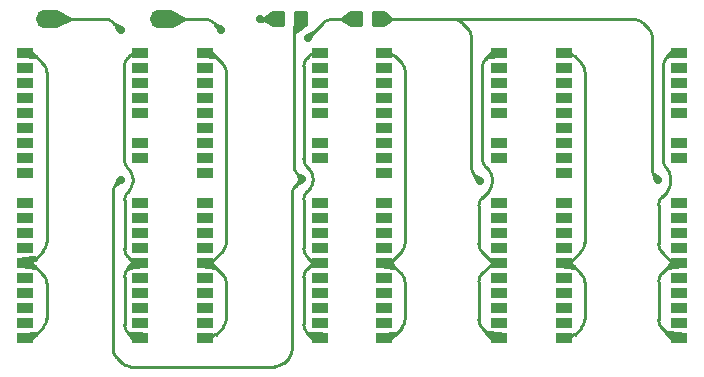
<source format=gtl>
G04 #@! TF.GenerationSoftware,KiCad,Pcbnew,7.0.6-0*
G04 #@! TF.CreationDate,2023-10-14T16:46:17-04:00*
G04 #@! TF.ProjectId,FBI Board,46424920-426f-4617-9264-2e6b69636164,1*
G04 #@! TF.SameCoordinates,Original*
G04 #@! TF.FileFunction,Copper,L1,Top*
G04 #@! TF.FilePolarity,Positive*
%FSLAX46Y46*%
G04 Gerber Fmt 4.6, Leading zero omitted, Abs format (unit mm)*
G04 Created by KiCad (PCBNEW 7.0.6-0) date 2023-10-14 16:46:17*
%MOMM*%
%LPD*%
G01*
G04 APERTURE LIST*
G04 Aperture macros list*
%AMRoundRect*
0 Rectangle with rounded corners*
0 $1 Rounding radius*
0 $2 $3 $4 $5 $6 $7 $8 $9 X,Y pos of 4 corners*
0 Add a 4 corners polygon primitive as box body*
4,1,4,$2,$3,$4,$5,$6,$7,$8,$9,$2,$3,0*
0 Add four circle primitives for the rounded corners*
1,1,$1+$1,$2,$3*
1,1,$1+$1,$4,$5*
1,1,$1+$1,$6,$7*
1,1,$1+$1,$8,$9*
0 Add four rect primitives between the rounded corners*
20,1,$1+$1,$2,$3,$4,$5,0*
20,1,$1+$1,$4,$5,$6,$7,0*
20,1,$1+$1,$6,$7,$8,$9,0*
20,1,$1+$1,$8,$9,$2,$3,0*%
G04 Aperture macros list end*
G04 #@! TA.AperFunction,CastellatedPad*
%ADD10RoundRect,0.227500X0.477500X0.227500X-0.477500X0.227500X-0.477500X-0.227500X0.477500X-0.227500X0*%
G04 #@! TD*
G04 #@! TA.AperFunction,CastellatedPad*
%ADD11RoundRect,0.227500X-0.477500X-0.227500X0.477500X-0.227500X0.477500X0.227500X-0.477500X0.227500X0*%
G04 #@! TD*
G04 #@! TA.AperFunction,SMDPad,CuDef*
%ADD12RoundRect,0.609600X-0.533400X-0.152400X0.533400X-0.152400X0.533400X0.152400X-0.533400X0.152400X0*%
G04 #@! TD*
G04 #@! TA.AperFunction,SMDPad,CuDef*
%ADD13RoundRect,0.250000X-0.350000X-0.450000X0.350000X-0.450000X0.350000X0.450000X-0.350000X0.450000X0*%
G04 #@! TD*
G04 #@! TA.AperFunction,ViaPad*
%ADD14C,0.700000*%
G04 #@! TD*
G04 #@! TA.AperFunction,Conductor*
%ADD15C,0.250000*%
G04 #@! TD*
G04 APERTURE END LIST*
D10*
X137420000Y-112620000D03*
X137420000Y-111350000D03*
X137420000Y-110080000D03*
X137420000Y-108810000D03*
X137420000Y-107540000D03*
X137420000Y-106270000D03*
X137420000Y-105000000D03*
X137420000Y-103730000D03*
X137420000Y-102460000D03*
X137420000Y-101190000D03*
X137420000Y-97380000D03*
X137420000Y-96110000D03*
X137420000Y-93570000D03*
X137420000Y-92300000D03*
X137420000Y-91030000D03*
X137420000Y-89760000D03*
X137420000Y-88490000D03*
D11*
X127690000Y-88500000D03*
X127690000Y-89770000D03*
X127690000Y-91040000D03*
X127690000Y-92310000D03*
X127690000Y-93580000D03*
X127690000Y-94850000D03*
X127690000Y-96120000D03*
X127690000Y-97390000D03*
X127690000Y-98660000D03*
X127690000Y-101200000D03*
X127690000Y-102470000D03*
X127690000Y-103740000D03*
X127690000Y-105010000D03*
X127690000Y-106280000D03*
X127690000Y-107550000D03*
X127690000Y-108820000D03*
X127690000Y-110090000D03*
X127690000Y-111360000D03*
X127690000Y-112630000D03*
D12*
X114600000Y-85630000D03*
D13*
X133870000Y-85660000D03*
X135870000Y-85660000D03*
D10*
X167830000Y-112620000D03*
X167830000Y-111350000D03*
X167830000Y-110080000D03*
X167830000Y-108810000D03*
X167830000Y-107540000D03*
X167830000Y-106270000D03*
X167830000Y-105000000D03*
X167830000Y-103730000D03*
X167830000Y-102460000D03*
X167830000Y-101190000D03*
X167830000Y-97380000D03*
X167830000Y-96110000D03*
X167830000Y-93570000D03*
X167830000Y-92300000D03*
X167830000Y-91030000D03*
X167830000Y-89760000D03*
X167830000Y-88490000D03*
D11*
X158100000Y-88500000D03*
X158100000Y-89770000D03*
X158100000Y-91040000D03*
X158100000Y-92310000D03*
X158100000Y-93580000D03*
X158100000Y-94850000D03*
X158100000Y-96120000D03*
X158100000Y-97390000D03*
X158100000Y-98660000D03*
X158100000Y-101200000D03*
X158100000Y-102470000D03*
X158100000Y-103740000D03*
X158100000Y-105010000D03*
X158100000Y-106280000D03*
X158100000Y-107550000D03*
X158100000Y-108820000D03*
X158100000Y-110090000D03*
X158100000Y-111360000D03*
X158100000Y-112630000D03*
D10*
X122220000Y-112620000D03*
X122220000Y-111350000D03*
X122220000Y-110080000D03*
X122220000Y-108810000D03*
X122220000Y-107540000D03*
X122220000Y-106270000D03*
X122220000Y-105000000D03*
X122220000Y-103730000D03*
X122220000Y-102460000D03*
X122220000Y-101190000D03*
X122220000Y-97380000D03*
X122220000Y-96110000D03*
X122220000Y-93570000D03*
X122220000Y-92300000D03*
X122220000Y-91030000D03*
X122220000Y-89760000D03*
X122220000Y-88490000D03*
D11*
X112490000Y-88500000D03*
X112490000Y-89770000D03*
X112490000Y-91040000D03*
X112490000Y-92310000D03*
X112490000Y-93580000D03*
X112490000Y-94850000D03*
X112490000Y-96120000D03*
X112490000Y-97390000D03*
X112490000Y-98660000D03*
X112490000Y-101200000D03*
X112490000Y-102470000D03*
X112490000Y-103740000D03*
X112490000Y-105010000D03*
X112490000Y-106280000D03*
X112490000Y-107550000D03*
X112490000Y-108820000D03*
X112490000Y-110090000D03*
X112490000Y-111360000D03*
X112490000Y-112630000D03*
D10*
X152620000Y-112620000D03*
X152620000Y-111350000D03*
X152620000Y-110080000D03*
X152620000Y-108810000D03*
X152620000Y-107540000D03*
X152620000Y-106270000D03*
X152620000Y-105000000D03*
X152620000Y-103730000D03*
X152620000Y-102460000D03*
X152620000Y-101190000D03*
X152620000Y-97380000D03*
X152620000Y-96110000D03*
X152620000Y-93570000D03*
X152620000Y-92300000D03*
X152620000Y-91030000D03*
X152620000Y-89760000D03*
X152620000Y-88490000D03*
D11*
X142890000Y-88500000D03*
X142890000Y-89770000D03*
X142890000Y-91040000D03*
X142890000Y-92310000D03*
X142890000Y-93580000D03*
X142890000Y-94850000D03*
X142890000Y-96120000D03*
X142890000Y-97390000D03*
X142890000Y-98660000D03*
X142890000Y-101200000D03*
X142890000Y-102470000D03*
X142890000Y-103740000D03*
X142890000Y-105010000D03*
X142890000Y-106280000D03*
X142890000Y-107550000D03*
X142890000Y-108820000D03*
X142890000Y-110090000D03*
X142890000Y-111360000D03*
X142890000Y-112630000D03*
D13*
X140470000Y-85660000D03*
X142470000Y-85660000D03*
D12*
X124210000Y-85640000D03*
D14*
X120600000Y-99220000D03*
X135970000Y-99180000D03*
X150980000Y-99300000D03*
X166080000Y-99280000D03*
X120590000Y-86550000D03*
X132370000Y-85660000D03*
X129090000Y-86580000D03*
X136470000Y-87210000D03*
D15*
X121297107Y-100172893D02*
X121202893Y-100267107D01*
X120910000Y-100974214D02*
X120910000Y-105075786D01*
X122034214Y-112620000D02*
X122220000Y-112620000D01*
X121890000Y-106270000D02*
X122220000Y-106270000D01*
X121202893Y-112202893D02*
X121327107Y-112327107D01*
X121317107Y-88782893D02*
X121182893Y-88917107D01*
X121202893Y-105782893D02*
X121690000Y-106270000D01*
X121690000Y-106270000D02*
X121890000Y-106270000D01*
X120910000Y-107464214D02*
X120910000Y-111495786D01*
X121590000Y-99074214D02*
X121590000Y-99465786D01*
X120890000Y-89624214D02*
X120890000Y-97545786D01*
X121182893Y-98252893D02*
X121297107Y-98367107D01*
X121690000Y-106270000D02*
X121202893Y-106757107D01*
X122220000Y-88490000D02*
X122024214Y-88490000D01*
X122024214Y-88490010D02*
G75*
G03*
X121317107Y-88782893I-14J-999990D01*
G01*
X120910010Y-105075786D02*
G75*
G03*
X121202893Y-105782893I999990J-14D01*
G01*
X121202886Y-100267100D02*
G75*
G03*
X120910000Y-100974214I707114J-707100D01*
G01*
X121182886Y-88917100D02*
G75*
G03*
X120890000Y-89624214I707114J-707100D01*
G01*
X121297114Y-100172900D02*
G75*
G03*
X121590000Y-99465786I-707114J707100D01*
G01*
X120910010Y-111495786D02*
G75*
G03*
X121202893Y-112202893I999990J-14D01*
G01*
X121327100Y-112327114D02*
G75*
G03*
X122034214Y-112620000I707100J707114D01*
G01*
X121589990Y-99074214D02*
G75*
G03*
X121297107Y-98367107I-999990J14D01*
G01*
X120890010Y-97545786D02*
G75*
G03*
X121182893Y-98252893I999990J-14D01*
G01*
X121202886Y-106757100D02*
G75*
G03*
X120910000Y-107464214I707114J-707100D01*
G01*
X133675786Y-115050000D02*
X121394214Y-115050000D01*
X135110000Y-100454214D02*
X135110000Y-113615786D01*
X135970000Y-99180000D02*
X135402893Y-99747107D01*
X119950000Y-113605786D02*
X119950000Y-100284214D01*
X135552893Y-86087107D02*
X135870000Y-85770000D01*
X135260000Y-98055786D02*
X135260000Y-86794214D01*
X134817107Y-114322893D02*
X134382893Y-114757107D01*
X135870000Y-85770000D02*
X135870000Y-85660000D01*
X120242893Y-99577107D02*
X120600000Y-99220000D01*
X120687107Y-114757107D02*
X120242893Y-114312893D01*
X135970000Y-99180000D02*
X135552893Y-98762893D01*
X135260010Y-98055786D02*
G75*
G03*
X135552893Y-98762893I999990J-14D01*
G01*
X135552886Y-86087100D02*
G75*
G03*
X135260000Y-86794214I707114J-707100D01*
G01*
X133675786Y-115049990D02*
G75*
G03*
X134382893Y-114757107I14J999990D01*
G01*
X120687100Y-114757114D02*
G75*
G03*
X121394214Y-115050000I707100J707114D01*
G01*
X119950010Y-113605786D02*
G75*
G03*
X120242893Y-114312893I999990J-14D01*
G01*
X134817114Y-114322900D02*
G75*
G03*
X135110000Y-113615786I-707114J707100D01*
G01*
X135402886Y-99747100D02*
G75*
G03*
X135110000Y-100454214I707114J-707100D01*
G01*
X120242886Y-99577100D02*
G75*
G03*
X119950000Y-100284214I707114J-707100D01*
G01*
X114330000Y-107994214D02*
X114330000Y-110995786D01*
X112529031Y-106280000D02*
X112615786Y-106280000D01*
X112695786Y-112630000D02*
X112500000Y-112630000D01*
X114037107Y-105242893D02*
X113292893Y-105987107D01*
X113322893Y-106572893D02*
X114037107Y-107287107D01*
X112500000Y-88500000D02*
X112695786Y-88500000D01*
X114037107Y-111702893D02*
X113402893Y-112337107D01*
X113402893Y-88792893D02*
X114037107Y-89427107D01*
X114330000Y-90134214D02*
X114330000Y-104535786D01*
X112585786Y-106280000D02*
X112529031Y-106280000D01*
X112500000Y-106280000D02*
X112529031Y-106280000D01*
X114329990Y-90134214D02*
G75*
G03*
X114037107Y-89427107I-999990J14D01*
G01*
X113402900Y-88792886D02*
G75*
G03*
X112695786Y-88500000I-707100J-707114D01*
G01*
X114037114Y-111702900D02*
G75*
G03*
X114330000Y-110995786I-707114J707100D01*
G01*
X112585786Y-106279990D02*
G75*
G03*
X113292893Y-105987107I14J999990D01*
G01*
X114037114Y-105242900D02*
G75*
G03*
X114330000Y-104535786I-707114J707100D01*
G01*
X112695786Y-112629990D02*
G75*
G03*
X113402893Y-112337107I14J999990D01*
G01*
X114329990Y-107994214D02*
G75*
G03*
X114037107Y-107287107I-999990J14D01*
G01*
X113322900Y-106572886D02*
G75*
G03*
X112615786Y-106280000I-707100J-707114D01*
G01*
X137390969Y-106270000D02*
X137420000Y-106270000D01*
X136080000Y-100934214D02*
X136080000Y-105045786D01*
X136577107Y-100022893D02*
X136372893Y-100227107D01*
X136080000Y-89624214D02*
X136080000Y-97475786D01*
X137420000Y-112620000D02*
X137214214Y-112620000D01*
X137090000Y-106270000D02*
X137390969Y-106270000D01*
X136870000Y-99094214D02*
X136870000Y-99315786D01*
X136507107Y-112327107D02*
X136372893Y-112192893D01*
X137420000Y-88490000D02*
X137214214Y-88490000D01*
X136372893Y-98182893D02*
X136577107Y-98387107D01*
X136080000Y-111485786D02*
X136080000Y-107494214D01*
X136372893Y-105752893D02*
X136890000Y-106270000D01*
X136507107Y-88782893D02*
X136372893Y-88917107D01*
X136890000Y-106270000D02*
X137090000Y-106270000D01*
X136372893Y-106787107D02*
X136890000Y-106270000D01*
X136080010Y-97475786D02*
G75*
G03*
X136372893Y-98182893I999990J-14D01*
G01*
X137214214Y-88490010D02*
G75*
G03*
X136507107Y-88782893I-14J-999990D01*
G01*
X136372886Y-88917100D02*
G75*
G03*
X136080000Y-89624214I707114J-707100D01*
G01*
X136080010Y-105045786D02*
G75*
G03*
X136372893Y-105752893I999990J-14D01*
G01*
X136080010Y-111485786D02*
G75*
G03*
X136372893Y-112192893I999990J-14D01*
G01*
X136372886Y-106787100D02*
G75*
G03*
X136080000Y-107494214I707114J-707100D01*
G01*
X136577114Y-100022900D02*
G75*
G03*
X136870000Y-99315786I-707114J707100D01*
G01*
X136869990Y-99094214D02*
G75*
G03*
X136577107Y-98387107I-999990J14D01*
G01*
X136507100Y-112327114D02*
G75*
G03*
X137214214Y-112620000I707100J707114D01*
G01*
X136372886Y-100227100D02*
G75*
G03*
X136080000Y-100934214I707114J-707100D01*
G01*
X128240000Y-106240000D02*
X128240000Y-106280000D01*
X129540000Y-90154214D02*
X129540000Y-104525786D01*
X128592893Y-88792893D02*
X129247107Y-89447107D01*
X127700000Y-88500000D02*
X127885786Y-88500000D01*
X129247107Y-111702893D02*
X128612893Y-112337107D01*
X129247107Y-105232893D02*
X128240000Y-106240000D01*
X128240000Y-106280000D02*
X129247107Y-107287107D01*
X129540000Y-107994214D02*
X129540000Y-110995786D01*
X127905786Y-112630000D02*
X127700000Y-112630000D01*
X129247114Y-105232900D02*
G75*
G03*
X129540000Y-104525786I-707114J707100D01*
G01*
X129539990Y-90154214D02*
G75*
G03*
X129247107Y-89447107I-999990J14D01*
G01*
X127905786Y-112629990D02*
G75*
G03*
X128612893Y-112337107I14J999990D01*
G01*
X128592900Y-88792886D02*
G75*
G03*
X127885786Y-88500000I-707100J-707114D01*
G01*
X129247114Y-111702900D02*
G75*
G03*
X129540000Y-110995786I-707114J707100D01*
G01*
X129539990Y-107994214D02*
G75*
G03*
X129247107Y-107287107I-999990J14D01*
G01*
X148775786Y-85660000D02*
X148720000Y-85660000D01*
X149987107Y-86457107D02*
X149482893Y-85952893D01*
X165600000Y-98385786D02*
X165600000Y-87174214D01*
X142470000Y-85660000D02*
X148720000Y-85660000D01*
X164085786Y-85660000D02*
X148720000Y-85660000D01*
X150280000Y-98185786D02*
X150280000Y-87164214D01*
X165307107Y-86467107D02*
X164792893Y-85952893D01*
X150980000Y-99300000D02*
X150572893Y-98892893D01*
X166080000Y-99280000D02*
X165892893Y-99092893D01*
X164792900Y-85952886D02*
G75*
G03*
X164085786Y-85660000I-707100J-707114D01*
G01*
X150280010Y-98185786D02*
G75*
G03*
X150572893Y-98892893I999990J-14D01*
G01*
X150279990Y-87164214D02*
G75*
G03*
X149987107Y-86457107I-999990J14D01*
G01*
X149482900Y-85952886D02*
G75*
G03*
X148775786Y-85660000I-707100J-707114D01*
G01*
X165599990Y-87174214D02*
G75*
G03*
X165307107Y-86467107I-999990J14D01*
G01*
X165600010Y-98385786D02*
G75*
G03*
X165892893Y-99092893I999990J-14D01*
G01*
X151502893Y-98182893D02*
X151747107Y-98427107D01*
X152040000Y-99134214D02*
X152040000Y-99485786D01*
X151717107Y-112327107D02*
X151192893Y-111802893D01*
X151717107Y-88782893D02*
X151502893Y-88997107D01*
X152620000Y-112620000D02*
X152424214Y-112620000D01*
X152090000Y-106270000D02*
X152590969Y-106270000D01*
X152590969Y-106270000D02*
X152620000Y-106270000D01*
X151747107Y-100192893D02*
X151192893Y-100747107D01*
X151192893Y-107167107D02*
X152090000Y-106270000D01*
X150900000Y-111095786D02*
X150900000Y-107874214D01*
X151210000Y-89704214D02*
X151210000Y-97475786D01*
X151192893Y-105372893D02*
X152090000Y-106270000D01*
X150900000Y-101454214D02*
X150900000Y-104665786D01*
X152620000Y-88490000D02*
X152424214Y-88490000D01*
X152424214Y-88490010D02*
G75*
G03*
X151717107Y-88782893I-14J-999990D01*
G01*
X151717100Y-112327114D02*
G75*
G03*
X152424214Y-112620000I707100J707114D01*
G01*
X151747114Y-100192900D02*
G75*
G03*
X152040000Y-99485786I-707114J707100D01*
G01*
X152039990Y-99134214D02*
G75*
G03*
X151747107Y-98427107I-999990J14D01*
G01*
X151192886Y-107167100D02*
G75*
G03*
X150900000Y-107874214I707114J-707100D01*
G01*
X150900010Y-104665786D02*
G75*
G03*
X151192893Y-105372893I999990J-14D01*
G01*
X151192886Y-100747100D02*
G75*
G03*
X150900000Y-101454214I707114J-707100D01*
G01*
X151210010Y-97475786D02*
G75*
G03*
X151502893Y-98182893I999990J-14D01*
G01*
X151502886Y-88997100D02*
G75*
G03*
X151210000Y-89704214I707114J-707100D01*
G01*
X150900010Y-111095786D02*
G75*
G03*
X151192893Y-111802893I999990J-14D01*
G01*
X143802893Y-88792893D02*
X144387107Y-89377107D01*
X143415001Y-106265000D02*
X144377107Y-107227107D01*
X142900000Y-88500000D02*
X143095786Y-88500000D01*
X142630000Y-106280000D02*
X143400001Y-106280000D01*
X144377107Y-111762893D02*
X143802893Y-112337107D01*
X144387107Y-105292893D02*
X143415001Y-106265000D01*
X143095786Y-112630000D02*
X142900000Y-112630000D01*
X143400001Y-106280000D02*
X143415001Y-106265000D01*
X144670000Y-107934213D02*
X144670000Y-111055786D01*
X144680000Y-90084214D02*
X144680000Y-104585787D01*
X143802900Y-88792886D02*
G75*
G03*
X143095786Y-88500000I-707100J-707114D01*
G01*
X144387114Y-105292900D02*
G75*
G03*
X144680000Y-104585787I-707114J707100D01*
G01*
X144377114Y-111762900D02*
G75*
G03*
X144670000Y-111055786I-707114J707100D01*
G01*
X143095786Y-112629990D02*
G75*
G03*
X143802893Y-112337107I14J999990D01*
G01*
X144669990Y-107934213D02*
G75*
G03*
X144377107Y-107227107I-999990J13D01*
G01*
X144679990Y-90084214D02*
G75*
G03*
X144387107Y-89377107I-999990J14D01*
G01*
X166130000Y-101384214D02*
X166130000Y-104685786D01*
X166822893Y-98292893D02*
X166837107Y-98307107D01*
X167130000Y-99014214D02*
X167130000Y-99555786D01*
X167290000Y-106280000D02*
X166422893Y-107147107D01*
X167290000Y-106260000D02*
X167290000Y-106280000D01*
X166530000Y-89584214D02*
X166530000Y-97585786D01*
X167830000Y-88490000D02*
X167624214Y-88490000D01*
X166422893Y-105392893D02*
X167290000Y-106260000D01*
X166917107Y-88782893D02*
X166822893Y-88877107D01*
X166130000Y-107854214D02*
X166130000Y-111115786D01*
X166837107Y-100262893D02*
X166422893Y-100677107D01*
X167634214Y-112620000D02*
X167830000Y-112620000D01*
X166422893Y-111822893D02*
X166927107Y-112327107D01*
X166422886Y-100677100D02*
G75*
G03*
X166130000Y-101384214I707114J-707100D01*
G01*
X167624214Y-88490010D02*
G75*
G03*
X166917107Y-88782893I-14J-999990D01*
G01*
X166130010Y-111115786D02*
G75*
G03*
X166422893Y-111822893I999990J-14D01*
G01*
X166822886Y-88877100D02*
G75*
G03*
X166530000Y-89584214I707114J-707100D01*
G01*
X166927100Y-112327114D02*
G75*
G03*
X167634214Y-112620000I707100J707114D01*
G01*
X166837114Y-100262900D02*
G75*
G03*
X167130000Y-99555786I-707114J707100D01*
G01*
X166130010Y-104685786D02*
G75*
G03*
X166422893Y-105392893I999990J-14D01*
G01*
X167129990Y-99014214D02*
G75*
G03*
X166837107Y-98307107I-999990J14D01*
G01*
X166422886Y-107147100D02*
G75*
G03*
X166130000Y-107854214I707114J-707100D01*
G01*
X166530010Y-97585786D02*
G75*
G03*
X166822893Y-98292893I999990J-14D01*
G01*
X158620000Y-106270000D02*
X158350000Y-106270000D01*
X159880000Y-90074214D02*
X159880000Y-104595786D01*
X158110000Y-112630000D02*
X158305786Y-112630000D01*
X159587107Y-105302893D02*
X158620000Y-106270000D01*
X159880000Y-111055786D02*
X159880000Y-107924214D01*
X158110000Y-88500000D02*
X158305786Y-88500000D01*
X159587107Y-107217107D02*
X158942893Y-106572893D01*
X159012893Y-112337107D02*
X159587107Y-111762893D01*
X158235786Y-106280000D02*
X158110000Y-106280000D01*
X159012893Y-88792893D02*
X159587107Y-89367107D01*
X158305786Y-112629990D02*
G75*
G03*
X159012893Y-112337107I14J999990D01*
G01*
X159587114Y-111762900D02*
G75*
G03*
X159880000Y-111055786I-707114J707100D01*
G01*
X159879990Y-90074214D02*
G75*
G03*
X159587107Y-89367107I-999990J14D01*
G01*
X158942900Y-106572886D02*
G75*
G03*
X158235786Y-106280000I-707100J-707114D01*
G01*
X159587114Y-105302900D02*
G75*
G03*
X159880000Y-104595786I-707114J707100D01*
G01*
X159879990Y-107924214D02*
G75*
G03*
X159587107Y-107217107I-999990J14D01*
G01*
X159012900Y-88792886D02*
G75*
G03*
X158305786Y-88500000I-707100J-707114D01*
G01*
X114600000Y-85630000D02*
X119255786Y-85630000D01*
X132370000Y-85660000D02*
X133870000Y-85660000D01*
X119962893Y-85922893D02*
X120590000Y-86550000D01*
X119962900Y-85922886D02*
G75*
G03*
X119255786Y-85630000I-707100J-707114D01*
G01*
X128442893Y-85932893D02*
X129090000Y-86580000D01*
X137727107Y-85952893D02*
X136470000Y-87210000D01*
X140470000Y-85660000D02*
X138434214Y-85660000D01*
X124210000Y-85640000D02*
X127735786Y-85640000D01*
X128442900Y-85932886D02*
G75*
G03*
X127735786Y-85640000I-707100J-707114D01*
G01*
X138434214Y-85660010D02*
G75*
G03*
X137727107Y-85952893I-14J-999990D01*
G01*
G04 #@! TA.AperFunction,Conductor*
G36*
X165783455Y-98686767D02*
G01*
X166205578Y-98951400D01*
X166210766Y-98958697D01*
X166210180Y-98965768D01*
X166082240Y-99276411D01*
X166075921Y-99282755D01*
X166075868Y-99282777D01*
X165768265Y-99409162D01*
X165759311Y-99409137D01*
X165752997Y-99402786D01*
X165752707Y-99402004D01*
X165550773Y-98789545D01*
X165551437Y-98780614D01*
X165557405Y-98775073D01*
X165772765Y-98685872D01*
X165781719Y-98685872D01*
X165783455Y-98686767D01*
G37*
G04 #@! TD.AperFunction*
G04 #@! TA.AperFunction,Conductor*
G36*
X143880307Y-112089319D02*
G01*
X143880881Y-112089856D01*
X144046120Y-112255095D01*
X144049547Y-112263368D01*
X144046611Y-112271119D01*
X143599243Y-112776980D01*
X143591196Y-112780907D01*
X143588671Y-112780788D01*
X142640392Y-112632442D01*
X142632748Y-112627778D01*
X142630500Y-112620883D01*
X142630500Y-112180914D01*
X142633927Y-112172641D01*
X142641412Y-112169241D01*
X143871824Y-112086455D01*
X143880307Y-112089319D01*
G37*
G04 #@! TD.AperFunction*
G04 #@! TA.AperFunction,Conductor*
G36*
X120287397Y-99090480D02*
G01*
X120596039Y-99217313D01*
X120602389Y-99223627D01*
X120602412Y-99223683D01*
X120729374Y-99532262D01*
X120729353Y-99541217D01*
X120723006Y-99547534D01*
X120722732Y-99547642D01*
X120284331Y-99715265D01*
X120275380Y-99715019D01*
X120273653Y-99714065D01*
X120078823Y-99583888D01*
X120073848Y-99576443D01*
X120074527Y-99569651D01*
X120272157Y-99096790D01*
X120278509Y-99090479D01*
X120287397Y-99090480D01*
G37*
G04 #@! TD.AperFunction*
G04 #@! TA.AperFunction,Conductor*
G36*
X143023145Y-85066143D02*
G01*
X143665166Y-85531496D01*
X143669854Y-85539126D01*
X143670000Y-85540969D01*
X143670000Y-85779030D01*
X143666573Y-85787303D01*
X143665166Y-85788503D01*
X143023146Y-86253855D01*
X143014437Y-86255936D01*
X143007624Y-86252254D01*
X142584775Y-85787303D01*
X142476158Y-85667871D01*
X142473128Y-85659446D01*
X142476159Y-85652128D01*
X143007626Y-85067743D01*
X143015726Y-85063930D01*
X143023145Y-85066143D01*
G37*
G04 #@! TD.AperFunction*
G04 #@! TA.AperFunction,Conductor*
G36*
X150614569Y-98755186D02*
G01*
X150616750Y-98756153D01*
X151103529Y-98972025D01*
X151109703Y-98978511D01*
X151109606Y-98987172D01*
X150982412Y-99296316D01*
X150976095Y-99302663D01*
X150976039Y-99302686D01*
X150666927Y-99429712D01*
X150657972Y-99429687D01*
X150651899Y-99423882D01*
X150405114Y-98900581D01*
X150404684Y-98891636D01*
X150409195Y-98885863D01*
X150603327Y-98756152D01*
X150612109Y-98754406D01*
X150614569Y-98755186D01*
G37*
G04 #@! TD.AperFunction*
G04 #@! TA.AperFunction,Conductor*
G36*
X121296393Y-112114709D02*
G01*
X122468273Y-112161681D01*
X122476398Y-112165436D01*
X122479500Y-112173371D01*
X122479499Y-112611018D01*
X122476072Y-112619291D01*
X122469746Y-112622555D01*
X121521722Y-112782515D01*
X121512994Y-112780512D01*
X121510698Y-112778361D01*
X121374580Y-112611018D01*
X121121165Y-112299470D01*
X121118604Y-112290891D01*
X121121969Y-112283817D01*
X121287659Y-112118127D01*
X121295931Y-112114701D01*
X121296393Y-112114709D01*
G37*
G04 #@! TD.AperFunction*
G04 #@! TA.AperFunction,Conductor*
G36*
X139932375Y-85067745D02*
G01*
X140463840Y-85652128D01*
X140466871Y-85660554D01*
X140463840Y-85667872D01*
X139932375Y-86252254D01*
X139924273Y-86256069D01*
X139916853Y-86253855D01*
X139274834Y-85788503D01*
X139270146Y-85780873D01*
X139270000Y-85779030D01*
X139270000Y-85540969D01*
X139273427Y-85532696D01*
X139274834Y-85531496D01*
X139916855Y-85066143D01*
X139925562Y-85064063D01*
X139932375Y-85067745D01*
G37*
G04 #@! TD.AperFunction*
G04 #@! TA.AperFunction,Conductor*
G36*
X167131828Y-88310158D02*
G01*
X168079951Y-88487282D01*
X168087452Y-88492169D01*
X168089500Y-88498782D01*
X168089500Y-88934592D01*
X168086073Y-88942865D01*
X168077993Y-88946290D01*
X166916241Y-88965412D01*
X166907912Y-88962122D01*
X166907775Y-88961987D01*
X166741973Y-88796185D01*
X166738546Y-88787912D01*
X166741170Y-88780528D01*
X167120612Y-88314274D01*
X167128491Y-88310021D01*
X167131828Y-88310158D01*
G37*
G04 #@! TD.AperFunction*
G04 #@! TA.AperFunction,Conductor*
G36*
X135594607Y-98625266D02*
G01*
X136093664Y-98851974D01*
X136099779Y-98858515D01*
X136099645Y-98867078D01*
X135972412Y-99176316D01*
X135966095Y-99182663D01*
X135966039Y-99182686D01*
X135656847Y-99309745D01*
X135647892Y-99309720D01*
X135641858Y-99303997D01*
X135385218Y-98770617D01*
X135384720Y-98761678D01*
X135389261Y-98755818D01*
X135583270Y-98626190D01*
X135592052Y-98624444D01*
X135594607Y-98625266D01*
G37*
G04 #@! TD.AperFunction*
G04 #@! TA.AperFunction,Conductor*
G36*
X133062170Y-85532256D02*
G01*
X133068844Y-85538225D01*
X133070000Y-85543297D01*
X133070000Y-85776702D01*
X133066573Y-85784975D01*
X133062169Y-85787744D01*
X132514355Y-85979707D01*
X132505414Y-85979209D01*
X132499688Y-85973171D01*
X132370880Y-85664505D01*
X132370857Y-85655550D01*
X132370856Y-85655550D01*
X132499688Y-85346827D01*
X132506037Y-85340513D01*
X132514355Y-85340292D01*
X133062170Y-85532256D01*
G37*
G04 #@! TD.AperFunction*
G04 #@! TA.AperFunction,Conductor*
G36*
X128690888Y-86000233D02*
G01*
X129213992Y-86251857D01*
X129219962Y-86258532D01*
X129219741Y-86266850D01*
X129092563Y-86576191D01*
X129086248Y-86582540D01*
X129086191Y-86582563D01*
X128776850Y-86709741D01*
X128767895Y-86709718D01*
X128761857Y-86703992D01*
X128703436Y-86582540D01*
X128510233Y-86180889D01*
X128509736Y-86171950D01*
X128512503Y-86167548D01*
X128677547Y-86002504D01*
X128685819Y-85999078D01*
X128690888Y-86000233D01*
G37*
G04 #@! TD.AperFunction*
G04 #@! TA.AperFunction,Conductor*
G36*
X113450756Y-105658478D02*
G01*
X113451890Y-105659474D01*
X113617235Y-105824819D01*
X113620662Y-105833092D01*
X113618142Y-105840346D01*
X113198964Y-106370851D01*
X113191146Y-106375217D01*
X113188637Y-106375241D01*
X112241053Y-106281864D01*
X112233155Y-106277642D01*
X112230500Y-106270220D01*
X112230500Y-105823687D01*
X112233927Y-105815414D01*
X112240691Y-105812085D01*
X113442113Y-105656144D01*
X113450756Y-105658478D01*
G37*
G04 #@! TD.AperFunction*
G04 #@! TA.AperFunction,Conductor*
G36*
X133332375Y-85067745D02*
G01*
X133863840Y-85652128D01*
X133866871Y-85660554D01*
X133863840Y-85667872D01*
X133332375Y-86252254D01*
X133324273Y-86256069D01*
X133316853Y-86253855D01*
X132674834Y-85788503D01*
X132670146Y-85780873D01*
X132670000Y-85779030D01*
X132670000Y-85540969D01*
X132673427Y-85532696D01*
X132674834Y-85531496D01*
X133316855Y-85066143D01*
X133325562Y-85064063D01*
X133332375Y-85067745D01*
G37*
G04 #@! TD.AperFunction*
G04 #@! TA.AperFunction,Conductor*
G36*
X168079181Y-106267924D02*
G01*
X168086991Y-106272301D01*
X168089500Y-106279541D01*
X168089500Y-106722974D01*
X168086073Y-106731247D01*
X168078981Y-106734614D01*
X166897181Y-106854560D01*
X166888605Y-106851986D01*
X166887727Y-106851193D01*
X166722207Y-106685673D01*
X166718780Y-106677400D01*
X166721268Y-106670186D01*
X167120945Y-106159816D01*
X167128742Y-106155418D01*
X167131527Y-106155414D01*
X168079181Y-106267924D01*
G37*
G04 #@! TD.AperFunction*
G04 #@! TA.AperFunction,Conductor*
G36*
X113480307Y-112089319D02*
G01*
X113480881Y-112089856D01*
X113646120Y-112255095D01*
X113649547Y-112263368D01*
X113646611Y-112271119D01*
X113199243Y-112776980D01*
X113191196Y-112780907D01*
X113188671Y-112780788D01*
X112240392Y-112632442D01*
X112232748Y-112627778D01*
X112230500Y-112620883D01*
X112230500Y-112180914D01*
X112233927Y-112172641D01*
X112241412Y-112169241D01*
X113471824Y-112086455D01*
X113480307Y-112089319D01*
G37*
G04 #@! TD.AperFunction*
G04 #@! TA.AperFunction,Conductor*
G36*
X124984009Y-84928203D02*
G01*
X126108688Y-85511725D01*
X126114454Y-85518577D01*
X126115000Y-85522110D01*
X126115000Y-85757889D01*
X126111573Y-85766162D01*
X126108688Y-85768274D01*
X124984011Y-86351795D01*
X124975090Y-86352564D01*
X124970645Y-86349968D01*
X124218180Y-85648557D01*
X124214465Y-85640410D01*
X124217600Y-85632021D01*
X124218152Y-85631468D01*
X124970647Y-84930030D01*
X124979034Y-84926896D01*
X124984009Y-84928203D01*
G37*
G04 #@! TD.AperFunction*
G04 #@! TA.AperFunction,Conductor*
G36*
X128397080Y-106155322D02*
G01*
X128399119Y-106157326D01*
X128798629Y-106660174D01*
X128801092Y-106668782D01*
X128797741Y-106675724D01*
X128632196Y-106841269D01*
X128623923Y-106844696D01*
X128622919Y-106844653D01*
X127441196Y-106742891D01*
X127433248Y-106738767D01*
X127430500Y-106731234D01*
X127430500Y-106289393D01*
X127433927Y-106281120D01*
X127440671Y-106277793D01*
X128388432Y-106153004D01*
X128397080Y-106155322D01*
G37*
G04 #@! TD.AperFunction*
G04 #@! TA.AperFunction,Conductor*
G36*
X128397361Y-88356511D02*
G01*
X128399218Y-88358219D01*
X128844340Y-88866540D01*
X128847212Y-88875021D01*
X128843811Y-88882520D01*
X128678564Y-89047767D01*
X128670291Y-89051194D01*
X128669438Y-89051163D01*
X127441347Y-88961352D01*
X127433345Y-88957331D01*
X127430500Y-88949683D01*
X127430500Y-88509175D01*
X127433927Y-88500902D01*
X127440449Y-88497607D01*
X128388669Y-88354358D01*
X128397361Y-88356511D01*
G37*
G04 #@! TD.AperFunction*
G04 #@! TA.AperFunction,Conductor*
G36*
X166850549Y-112068835D02*
G01*
X168078655Y-112158646D01*
X168086655Y-112162666D01*
X168089500Y-112170314D01*
X168089500Y-112610822D01*
X168086073Y-112619095D01*
X168079548Y-112622391D01*
X167131331Y-112765640D01*
X167122638Y-112763487D01*
X167120781Y-112761779D01*
X166675658Y-112253458D01*
X166672787Y-112244978D01*
X166676187Y-112237480D01*
X166841436Y-112072231D01*
X166849708Y-112068805D01*
X166850549Y-112068835D01*
G37*
G04 #@! TD.AperFunction*
G04 #@! TA.AperFunction,Conductor*
G36*
X136466437Y-112104746D02*
G01*
X137668351Y-112161119D01*
X137676452Y-112164929D01*
X137679500Y-112172805D01*
X137679500Y-112611017D01*
X137676073Y-112619290D01*
X137669745Y-112622554D01*
X136721522Y-112782429D01*
X136712794Y-112780425D01*
X136710696Y-112778508D01*
X136291554Y-112289506D01*
X136288772Y-112280997D01*
X136292164Y-112273622D01*
X136457626Y-112108160D01*
X136465898Y-112104734D01*
X136466437Y-112104746D01*
G37*
G04 #@! TD.AperFunction*
G04 #@! TA.AperFunction,Conductor*
G36*
X136882453Y-86632505D02*
G01*
X137047494Y-86797546D01*
X137050921Y-86805819D01*
X137049765Y-86810891D01*
X136798142Y-87333992D01*
X136791467Y-87339962D01*
X136783149Y-87339741D01*
X136473808Y-87212563D01*
X136467460Y-87206249D01*
X136340257Y-86896850D01*
X136340281Y-86887895D01*
X136346005Y-86881858D01*
X136869110Y-86630233D01*
X136878049Y-86629736D01*
X136882453Y-86632505D01*
G37*
G04 #@! TD.AperFunction*
G04 #@! TA.AperFunction,Conductor*
G36*
X115374009Y-84918203D02*
G01*
X116498688Y-85501725D01*
X116504454Y-85508577D01*
X116505000Y-85512110D01*
X116505000Y-85747889D01*
X116501573Y-85756162D01*
X116498688Y-85758274D01*
X115374011Y-86341795D01*
X115365090Y-86342564D01*
X115360645Y-86339968D01*
X114608179Y-85638556D01*
X114604465Y-85630411D01*
X114607600Y-85622022D01*
X114608167Y-85621454D01*
X115360647Y-84920030D01*
X115369034Y-84916896D01*
X115374009Y-84918203D01*
G37*
G04 #@! TD.AperFunction*
G04 #@! TA.AperFunction,Conductor*
G36*
X113197374Y-88351318D02*
G01*
X113199244Y-88353019D01*
X113646611Y-88858881D01*
X113649525Y-88867348D01*
X113646120Y-88874904D01*
X113480881Y-89040143D01*
X113472608Y-89043570D01*
X113471823Y-89043544D01*
X112241415Y-88960757D01*
X112233390Y-88956782D01*
X112230500Y-88949083D01*
X112230500Y-88509114D01*
X112233927Y-88500841D01*
X112240388Y-88497556D01*
X113188671Y-88349211D01*
X113197374Y-88351318D01*
G37*
G04 #@! TD.AperFunction*
G04 #@! TA.AperFunction,Conductor*
G36*
X120190888Y-85970233D02*
G01*
X120713992Y-86221857D01*
X120719962Y-86228532D01*
X120719741Y-86236850D01*
X120592563Y-86546191D01*
X120586248Y-86552540D01*
X120586191Y-86552563D01*
X120276850Y-86679741D01*
X120267895Y-86679718D01*
X120261857Y-86673992D01*
X120203436Y-86552540D01*
X120010233Y-86150889D01*
X120009736Y-86141950D01*
X120012503Y-86137548D01*
X120177547Y-85972504D01*
X120185819Y-85969078D01*
X120190888Y-85970233D01*
G37*
G04 #@! TD.AperFunction*
G04 #@! TA.AperFunction,Conductor*
G36*
X151921327Y-88344357D02*
G01*
X152869550Y-88487607D01*
X152877216Y-88492230D01*
X152879500Y-88499175D01*
X152879500Y-88939683D01*
X152876073Y-88947956D01*
X152868653Y-88951352D01*
X151640561Y-89041163D01*
X151632060Y-89038349D01*
X151631435Y-89037767D01*
X151466188Y-88872520D01*
X151462761Y-88864247D01*
X151465657Y-88856542D01*
X151910782Y-88348218D01*
X151918809Y-88344253D01*
X151921327Y-88344357D01*
G37*
G04 #@! TD.AperFunction*
G04 #@! TA.AperFunction,Conductor*
G36*
X113197256Y-106172299D02*
G01*
X113199038Y-106174059D01*
X113626701Y-106698413D01*
X113629274Y-106706990D01*
X113625907Y-106714081D01*
X113460592Y-106879396D01*
X113452319Y-106882823D01*
X113451004Y-106882749D01*
X112240885Y-106745834D01*
X112233049Y-106741499D01*
X112230500Y-106734208D01*
X112230500Y-106698413D01*
X112230500Y-106289592D01*
X112233926Y-106281322D01*
X112240869Y-106277971D01*
X113188649Y-106169832D01*
X113197256Y-106172299D01*
G37*
G04 #@! TD.AperFunction*
G04 #@! TA.AperFunction,Conductor*
G36*
X143597083Y-106161593D02*
G01*
X143599088Y-106163584D01*
X143998680Y-106670178D01*
X144001113Y-106678796D01*
X143997767Y-106685697D01*
X143832233Y-106851231D01*
X143823960Y-106854658D01*
X143822867Y-106854607D01*
X143626473Y-106836182D01*
X142641104Y-106743741D01*
X142633190Y-106739558D01*
X142630500Y-106732094D01*
X142630500Y-106289467D01*
X142633927Y-106281194D01*
X142640745Y-106277858D01*
X143588449Y-106159221D01*
X143597083Y-106161593D01*
G37*
G04 #@! TD.AperFunction*
G04 #@! TA.AperFunction,Conductor*
G36*
X158807273Y-106167296D02*
G01*
X158809066Y-106169049D01*
X159239552Y-106691334D01*
X159242170Y-106699898D01*
X159238797Y-106707049D01*
X159073493Y-106872353D01*
X159065220Y-106875780D01*
X159063969Y-106875713D01*
X158969515Y-106865548D01*
X157850948Y-106745171D01*
X157843089Y-106740878D01*
X157840500Y-106733538D01*
X157840500Y-106289535D01*
X157843927Y-106281262D01*
X157850810Y-106277918D01*
X158798652Y-106164873D01*
X158807273Y-106167296D01*
G37*
G04 #@! TD.AperFunction*
G04 #@! TA.AperFunction,Conductor*
G36*
X151640549Y-112068835D02*
G01*
X152868655Y-112158646D01*
X152876655Y-112162666D01*
X152879500Y-112170314D01*
X152879500Y-112610822D01*
X152876073Y-112619095D01*
X152869548Y-112622391D01*
X151921331Y-112765640D01*
X151912638Y-112763487D01*
X151910781Y-112761779D01*
X151465658Y-112253458D01*
X151462787Y-112244978D01*
X151466187Y-112237480D01*
X151631436Y-112072231D01*
X151639708Y-112068805D01*
X151640549Y-112068835D01*
G37*
G04 #@! TD.AperFunction*
G04 #@! TA.AperFunction,Conductor*
G36*
X135656850Y-99050258D02*
G01*
X135670834Y-99056007D01*
X135966191Y-99177436D01*
X135972540Y-99183751D01*
X135972563Y-99183808D01*
X136099741Y-99493149D01*
X136099718Y-99502104D01*
X136093992Y-99508142D01*
X135570891Y-99759765D01*
X135561950Y-99760263D01*
X135557546Y-99757494D01*
X135392505Y-99592453D01*
X135389078Y-99584180D01*
X135390233Y-99579112D01*
X135641858Y-99056005D01*
X135648532Y-99050037D01*
X135656850Y-99050258D01*
G37*
G04 #@! TD.AperFunction*
G04 #@! TA.AperFunction,Conductor*
G36*
X122469224Y-106267874D02*
G01*
X122477017Y-106272281D01*
X122479499Y-106279486D01*
X122479499Y-106722123D01*
X122476072Y-106730396D01*
X122468888Y-106733772D01*
X121298334Y-106843244D01*
X121289778Y-106840603D01*
X121289136Y-106840029D01*
X121178623Y-106733772D01*
X121120362Y-106677754D01*
X121116774Y-106669552D01*
X121119219Y-106662162D01*
X121510928Y-106156181D01*
X121518702Y-106151738D01*
X121521600Y-106151731D01*
X122469224Y-106267874D01*
G37*
G04 #@! TD.AperFunction*
G04 #@! TA.AperFunction,Conductor*
G36*
X135282979Y-85523338D02*
G01*
X135864430Y-85657712D01*
X135871719Y-85662914D01*
X135872407Y-85664186D01*
X136191226Y-86350964D01*
X136191602Y-86359910D01*
X136187170Y-86365581D01*
X135566032Y-86785807D01*
X135390066Y-86904856D01*
X135387970Y-86906274D01*
X135381414Y-86908283D01*
X135147893Y-86908283D01*
X135139620Y-86904856D01*
X135136193Y-86896583D01*
X135136248Y-86895450D01*
X135268709Y-85533605D01*
X135272921Y-85525705D01*
X135281487Y-85523095D01*
X135282979Y-85523338D01*
G37*
G04 #@! TD.AperFunction*
M02*

</source>
